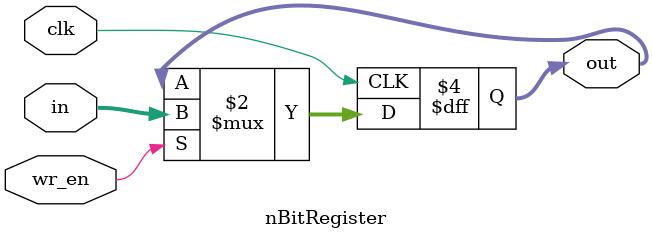
<source format=v>

module nBitRegister(out, in, wr_en, clk);
	parameter n = 8;
	
	input [n-1:0] in;
	input clk, wr_en;
	
	output [n-1:0] out;
	
	reg [n-1:0] out;
	
	always@(posedge clk) begin
		if (wr_en)
			out <= in;
	end
	
endmodule
</source>
